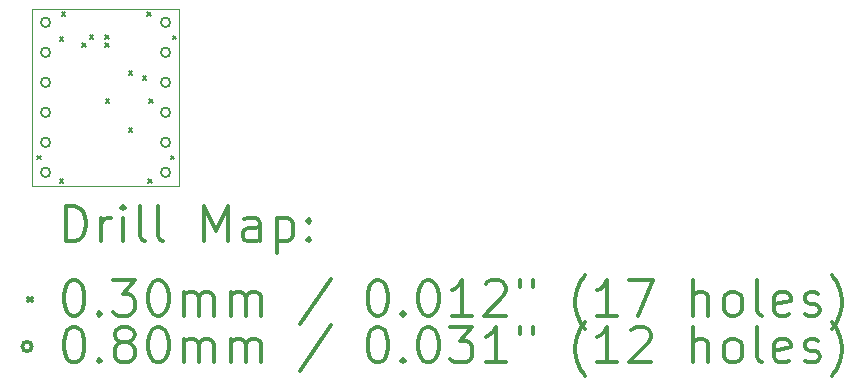
<source format=gbr>
%FSLAX45Y45*%
G04 Gerber Fmt 4.5, Leading zero omitted, Abs format (unit mm)*
G04 Created by KiCad (PCBNEW (5.1.5)-3) date 2020-05-06 05:02:33*
%MOMM*%
%LPD*%
G04 APERTURE LIST*
%TA.AperFunction,Profile*%
%ADD10C,0.050000*%
%TD*%
%ADD11C,0.200000*%
%ADD12C,0.300000*%
G04 APERTURE END LIST*
D10*
X14312900Y-5683250D02*
X14312900Y-4184650D01*
X15557500Y-5683250D02*
X14312900Y-5683250D01*
X15557500Y-4184650D02*
X15557500Y-5683250D01*
X14312900Y-4184650D02*
X15557500Y-4184650D01*
D11*
X14355050Y-5426950D02*
X14385050Y-5456950D01*
X14385050Y-5426950D02*
X14355050Y-5456950D01*
X14545550Y-4423650D02*
X14575550Y-4453650D01*
X14575550Y-4423650D02*
X14545550Y-4453650D01*
X14545550Y-5623800D02*
X14575550Y-5653800D01*
X14575550Y-5623800D02*
X14545550Y-5653800D01*
X14564600Y-4214100D02*
X14594600Y-4244100D01*
X14594600Y-4214100D02*
X14564600Y-4244100D01*
X14736050Y-4474450D02*
X14766050Y-4504450D01*
X14766050Y-4474450D02*
X14736050Y-4504450D01*
X14799550Y-4404600D02*
X14829550Y-4434600D01*
X14829550Y-4404600D02*
X14799550Y-4434600D01*
X14932900Y-4474450D02*
X14962900Y-4504450D01*
X14962900Y-4474450D02*
X14932900Y-4504450D01*
X14933551Y-4404600D02*
X14963551Y-4434600D01*
X14963551Y-4404600D02*
X14933551Y-4434600D01*
X14935100Y-4946550D02*
X14965100Y-4976550D01*
X14965100Y-4946550D02*
X14935100Y-4976550D01*
X15129750Y-4709400D02*
X15159750Y-4739400D01*
X15159750Y-4709400D02*
X15129750Y-4739400D01*
X15129750Y-5192000D02*
X15159750Y-5222000D01*
X15159750Y-5192000D02*
X15129750Y-5222000D01*
X15250400Y-4753850D02*
X15280400Y-4783850D01*
X15280400Y-4753850D02*
X15250400Y-4783850D01*
X15288500Y-4214100D02*
X15318500Y-4244100D01*
X15318500Y-4214100D02*
X15288500Y-4244100D01*
X15294850Y-5623800D02*
X15324850Y-5653800D01*
X15324850Y-5623800D02*
X15294850Y-5653800D01*
X15305350Y-4946550D02*
X15335350Y-4976550D01*
X15335350Y-4946550D02*
X15305350Y-4976550D01*
X15485350Y-5426950D02*
X15515350Y-5456950D01*
X15515350Y-5426950D02*
X15485350Y-5456950D01*
X15504400Y-4410950D02*
X15534400Y-4440950D01*
X15534400Y-4410950D02*
X15504400Y-4440950D01*
X14466850Y-4298600D02*
G75*
G03X14466850Y-4298600I-40000J0D01*
G01*
X14466850Y-4552600D02*
G75*
G03X14466850Y-4552600I-40000J0D01*
G01*
X14466850Y-4806600D02*
G75*
G03X14466850Y-4806600I-40000J0D01*
G01*
X14466850Y-5060600D02*
G75*
G03X14466850Y-5060600I-40000J0D01*
G01*
X14466850Y-5314600D02*
G75*
G03X14466850Y-5314600I-40000J0D01*
G01*
X14466850Y-5568600D02*
G75*
G03X14466850Y-5568600I-40000J0D01*
G01*
X15482850Y-4298600D02*
G75*
G03X15482850Y-4298600I-40000J0D01*
G01*
X15482850Y-4552600D02*
G75*
G03X15482850Y-4552600I-40000J0D01*
G01*
X15482850Y-4806600D02*
G75*
G03X15482850Y-4806600I-40000J0D01*
G01*
X15482850Y-5060600D02*
G75*
G03X15482850Y-5060600I-40000J0D01*
G01*
X15482850Y-5314600D02*
G75*
G03X15482850Y-5314600I-40000J0D01*
G01*
X15482850Y-5568600D02*
G75*
G03X15482850Y-5568600I-40000J0D01*
G01*
D12*
X14596828Y-6151464D02*
X14596828Y-5851464D01*
X14668257Y-5851464D01*
X14711114Y-5865750D01*
X14739686Y-5894321D01*
X14753971Y-5922893D01*
X14768257Y-5980036D01*
X14768257Y-6022893D01*
X14753971Y-6080036D01*
X14739686Y-6108607D01*
X14711114Y-6137179D01*
X14668257Y-6151464D01*
X14596828Y-6151464D01*
X14896828Y-6151464D02*
X14896828Y-5951464D01*
X14896828Y-6008607D02*
X14911114Y-5980036D01*
X14925400Y-5965750D01*
X14953971Y-5951464D01*
X14982543Y-5951464D01*
X15082543Y-6151464D02*
X15082543Y-5951464D01*
X15082543Y-5851464D02*
X15068257Y-5865750D01*
X15082543Y-5880036D01*
X15096828Y-5865750D01*
X15082543Y-5851464D01*
X15082543Y-5880036D01*
X15268257Y-6151464D02*
X15239686Y-6137179D01*
X15225400Y-6108607D01*
X15225400Y-5851464D01*
X15425400Y-6151464D02*
X15396828Y-6137179D01*
X15382543Y-6108607D01*
X15382543Y-5851464D01*
X15768257Y-6151464D02*
X15768257Y-5851464D01*
X15868257Y-6065750D01*
X15968257Y-5851464D01*
X15968257Y-6151464D01*
X16239686Y-6151464D02*
X16239686Y-5994321D01*
X16225400Y-5965750D01*
X16196828Y-5951464D01*
X16139686Y-5951464D01*
X16111114Y-5965750D01*
X16239686Y-6137179D02*
X16211114Y-6151464D01*
X16139686Y-6151464D01*
X16111114Y-6137179D01*
X16096828Y-6108607D01*
X16096828Y-6080036D01*
X16111114Y-6051464D01*
X16139686Y-6037179D01*
X16211114Y-6037179D01*
X16239686Y-6022893D01*
X16382543Y-5951464D02*
X16382543Y-6251464D01*
X16382543Y-5965750D02*
X16411114Y-5951464D01*
X16468257Y-5951464D01*
X16496828Y-5965750D01*
X16511114Y-5980036D01*
X16525400Y-6008607D01*
X16525400Y-6094321D01*
X16511114Y-6122893D01*
X16496828Y-6137179D01*
X16468257Y-6151464D01*
X16411114Y-6151464D01*
X16382543Y-6137179D01*
X16653971Y-6122893D02*
X16668257Y-6137179D01*
X16653971Y-6151464D01*
X16639686Y-6137179D01*
X16653971Y-6122893D01*
X16653971Y-6151464D01*
X16653971Y-5965750D02*
X16668257Y-5980036D01*
X16653971Y-5994321D01*
X16639686Y-5980036D01*
X16653971Y-5965750D01*
X16653971Y-5994321D01*
X14280400Y-6630750D02*
X14310400Y-6660750D01*
X14310400Y-6630750D02*
X14280400Y-6660750D01*
X14653971Y-6481464D02*
X14682543Y-6481464D01*
X14711114Y-6495750D01*
X14725400Y-6510036D01*
X14739686Y-6538607D01*
X14753971Y-6595750D01*
X14753971Y-6667179D01*
X14739686Y-6724321D01*
X14725400Y-6752893D01*
X14711114Y-6767179D01*
X14682543Y-6781464D01*
X14653971Y-6781464D01*
X14625400Y-6767179D01*
X14611114Y-6752893D01*
X14596828Y-6724321D01*
X14582543Y-6667179D01*
X14582543Y-6595750D01*
X14596828Y-6538607D01*
X14611114Y-6510036D01*
X14625400Y-6495750D01*
X14653971Y-6481464D01*
X14882543Y-6752893D02*
X14896828Y-6767179D01*
X14882543Y-6781464D01*
X14868257Y-6767179D01*
X14882543Y-6752893D01*
X14882543Y-6781464D01*
X14996828Y-6481464D02*
X15182543Y-6481464D01*
X15082543Y-6595750D01*
X15125400Y-6595750D01*
X15153971Y-6610036D01*
X15168257Y-6624321D01*
X15182543Y-6652893D01*
X15182543Y-6724321D01*
X15168257Y-6752893D01*
X15153971Y-6767179D01*
X15125400Y-6781464D01*
X15039686Y-6781464D01*
X15011114Y-6767179D01*
X14996828Y-6752893D01*
X15368257Y-6481464D02*
X15396828Y-6481464D01*
X15425400Y-6495750D01*
X15439686Y-6510036D01*
X15453971Y-6538607D01*
X15468257Y-6595750D01*
X15468257Y-6667179D01*
X15453971Y-6724321D01*
X15439686Y-6752893D01*
X15425400Y-6767179D01*
X15396828Y-6781464D01*
X15368257Y-6781464D01*
X15339686Y-6767179D01*
X15325400Y-6752893D01*
X15311114Y-6724321D01*
X15296828Y-6667179D01*
X15296828Y-6595750D01*
X15311114Y-6538607D01*
X15325400Y-6510036D01*
X15339686Y-6495750D01*
X15368257Y-6481464D01*
X15596828Y-6781464D02*
X15596828Y-6581464D01*
X15596828Y-6610036D02*
X15611114Y-6595750D01*
X15639686Y-6581464D01*
X15682543Y-6581464D01*
X15711114Y-6595750D01*
X15725400Y-6624321D01*
X15725400Y-6781464D01*
X15725400Y-6624321D02*
X15739686Y-6595750D01*
X15768257Y-6581464D01*
X15811114Y-6581464D01*
X15839686Y-6595750D01*
X15853971Y-6624321D01*
X15853971Y-6781464D01*
X15996828Y-6781464D02*
X15996828Y-6581464D01*
X15996828Y-6610036D02*
X16011114Y-6595750D01*
X16039686Y-6581464D01*
X16082543Y-6581464D01*
X16111114Y-6595750D01*
X16125400Y-6624321D01*
X16125400Y-6781464D01*
X16125400Y-6624321D02*
X16139686Y-6595750D01*
X16168257Y-6581464D01*
X16211114Y-6581464D01*
X16239686Y-6595750D01*
X16253971Y-6624321D01*
X16253971Y-6781464D01*
X16839686Y-6467179D02*
X16582543Y-6852893D01*
X17225400Y-6481464D02*
X17253971Y-6481464D01*
X17282543Y-6495750D01*
X17296828Y-6510036D01*
X17311114Y-6538607D01*
X17325400Y-6595750D01*
X17325400Y-6667179D01*
X17311114Y-6724321D01*
X17296828Y-6752893D01*
X17282543Y-6767179D01*
X17253971Y-6781464D01*
X17225400Y-6781464D01*
X17196828Y-6767179D01*
X17182543Y-6752893D01*
X17168257Y-6724321D01*
X17153971Y-6667179D01*
X17153971Y-6595750D01*
X17168257Y-6538607D01*
X17182543Y-6510036D01*
X17196828Y-6495750D01*
X17225400Y-6481464D01*
X17453971Y-6752893D02*
X17468257Y-6767179D01*
X17453971Y-6781464D01*
X17439686Y-6767179D01*
X17453971Y-6752893D01*
X17453971Y-6781464D01*
X17653971Y-6481464D02*
X17682543Y-6481464D01*
X17711114Y-6495750D01*
X17725400Y-6510036D01*
X17739686Y-6538607D01*
X17753971Y-6595750D01*
X17753971Y-6667179D01*
X17739686Y-6724321D01*
X17725400Y-6752893D01*
X17711114Y-6767179D01*
X17682543Y-6781464D01*
X17653971Y-6781464D01*
X17625400Y-6767179D01*
X17611114Y-6752893D01*
X17596828Y-6724321D01*
X17582543Y-6667179D01*
X17582543Y-6595750D01*
X17596828Y-6538607D01*
X17611114Y-6510036D01*
X17625400Y-6495750D01*
X17653971Y-6481464D01*
X18039686Y-6781464D02*
X17868257Y-6781464D01*
X17953971Y-6781464D02*
X17953971Y-6481464D01*
X17925400Y-6524321D01*
X17896828Y-6552893D01*
X17868257Y-6567179D01*
X18153971Y-6510036D02*
X18168257Y-6495750D01*
X18196828Y-6481464D01*
X18268257Y-6481464D01*
X18296828Y-6495750D01*
X18311114Y-6510036D01*
X18325400Y-6538607D01*
X18325400Y-6567179D01*
X18311114Y-6610036D01*
X18139686Y-6781464D01*
X18325400Y-6781464D01*
X18439686Y-6481464D02*
X18439686Y-6538607D01*
X18553971Y-6481464D02*
X18553971Y-6538607D01*
X18996828Y-6895750D02*
X18982543Y-6881464D01*
X18953971Y-6838607D01*
X18939686Y-6810036D01*
X18925400Y-6767179D01*
X18911114Y-6695750D01*
X18911114Y-6638607D01*
X18925400Y-6567179D01*
X18939686Y-6524321D01*
X18953971Y-6495750D01*
X18982543Y-6452893D01*
X18996828Y-6438607D01*
X19268257Y-6781464D02*
X19096828Y-6781464D01*
X19182543Y-6781464D02*
X19182543Y-6481464D01*
X19153971Y-6524321D01*
X19125400Y-6552893D01*
X19096828Y-6567179D01*
X19368257Y-6481464D02*
X19568257Y-6481464D01*
X19439686Y-6781464D01*
X19911114Y-6781464D02*
X19911114Y-6481464D01*
X20039686Y-6781464D02*
X20039686Y-6624321D01*
X20025400Y-6595750D01*
X19996828Y-6581464D01*
X19953971Y-6581464D01*
X19925400Y-6595750D01*
X19911114Y-6610036D01*
X20225400Y-6781464D02*
X20196828Y-6767179D01*
X20182543Y-6752893D01*
X20168257Y-6724321D01*
X20168257Y-6638607D01*
X20182543Y-6610036D01*
X20196828Y-6595750D01*
X20225400Y-6581464D01*
X20268257Y-6581464D01*
X20296828Y-6595750D01*
X20311114Y-6610036D01*
X20325400Y-6638607D01*
X20325400Y-6724321D01*
X20311114Y-6752893D01*
X20296828Y-6767179D01*
X20268257Y-6781464D01*
X20225400Y-6781464D01*
X20496828Y-6781464D02*
X20468257Y-6767179D01*
X20453971Y-6738607D01*
X20453971Y-6481464D01*
X20725400Y-6767179D02*
X20696828Y-6781464D01*
X20639686Y-6781464D01*
X20611114Y-6767179D01*
X20596828Y-6738607D01*
X20596828Y-6624321D01*
X20611114Y-6595750D01*
X20639686Y-6581464D01*
X20696828Y-6581464D01*
X20725400Y-6595750D01*
X20739686Y-6624321D01*
X20739686Y-6652893D01*
X20596828Y-6681464D01*
X20853971Y-6767179D02*
X20882543Y-6781464D01*
X20939686Y-6781464D01*
X20968257Y-6767179D01*
X20982543Y-6738607D01*
X20982543Y-6724321D01*
X20968257Y-6695750D01*
X20939686Y-6681464D01*
X20896828Y-6681464D01*
X20868257Y-6667179D01*
X20853971Y-6638607D01*
X20853971Y-6624321D01*
X20868257Y-6595750D01*
X20896828Y-6581464D01*
X20939686Y-6581464D01*
X20968257Y-6595750D01*
X21082543Y-6895750D02*
X21096828Y-6881464D01*
X21125400Y-6838607D01*
X21139686Y-6810036D01*
X21153971Y-6767179D01*
X21168257Y-6695750D01*
X21168257Y-6638607D01*
X21153971Y-6567179D01*
X21139686Y-6524321D01*
X21125400Y-6495750D01*
X21096828Y-6452893D01*
X21082543Y-6438607D01*
X14310400Y-7041750D02*
G75*
G03X14310400Y-7041750I-40000J0D01*
G01*
X14653971Y-6877464D02*
X14682543Y-6877464D01*
X14711114Y-6891750D01*
X14725400Y-6906036D01*
X14739686Y-6934607D01*
X14753971Y-6991750D01*
X14753971Y-7063179D01*
X14739686Y-7120321D01*
X14725400Y-7148893D01*
X14711114Y-7163179D01*
X14682543Y-7177464D01*
X14653971Y-7177464D01*
X14625400Y-7163179D01*
X14611114Y-7148893D01*
X14596828Y-7120321D01*
X14582543Y-7063179D01*
X14582543Y-6991750D01*
X14596828Y-6934607D01*
X14611114Y-6906036D01*
X14625400Y-6891750D01*
X14653971Y-6877464D01*
X14882543Y-7148893D02*
X14896828Y-7163179D01*
X14882543Y-7177464D01*
X14868257Y-7163179D01*
X14882543Y-7148893D01*
X14882543Y-7177464D01*
X15068257Y-7006036D02*
X15039686Y-6991750D01*
X15025400Y-6977464D01*
X15011114Y-6948893D01*
X15011114Y-6934607D01*
X15025400Y-6906036D01*
X15039686Y-6891750D01*
X15068257Y-6877464D01*
X15125400Y-6877464D01*
X15153971Y-6891750D01*
X15168257Y-6906036D01*
X15182543Y-6934607D01*
X15182543Y-6948893D01*
X15168257Y-6977464D01*
X15153971Y-6991750D01*
X15125400Y-7006036D01*
X15068257Y-7006036D01*
X15039686Y-7020321D01*
X15025400Y-7034607D01*
X15011114Y-7063179D01*
X15011114Y-7120321D01*
X15025400Y-7148893D01*
X15039686Y-7163179D01*
X15068257Y-7177464D01*
X15125400Y-7177464D01*
X15153971Y-7163179D01*
X15168257Y-7148893D01*
X15182543Y-7120321D01*
X15182543Y-7063179D01*
X15168257Y-7034607D01*
X15153971Y-7020321D01*
X15125400Y-7006036D01*
X15368257Y-6877464D02*
X15396828Y-6877464D01*
X15425400Y-6891750D01*
X15439686Y-6906036D01*
X15453971Y-6934607D01*
X15468257Y-6991750D01*
X15468257Y-7063179D01*
X15453971Y-7120321D01*
X15439686Y-7148893D01*
X15425400Y-7163179D01*
X15396828Y-7177464D01*
X15368257Y-7177464D01*
X15339686Y-7163179D01*
X15325400Y-7148893D01*
X15311114Y-7120321D01*
X15296828Y-7063179D01*
X15296828Y-6991750D01*
X15311114Y-6934607D01*
X15325400Y-6906036D01*
X15339686Y-6891750D01*
X15368257Y-6877464D01*
X15596828Y-7177464D02*
X15596828Y-6977464D01*
X15596828Y-7006036D02*
X15611114Y-6991750D01*
X15639686Y-6977464D01*
X15682543Y-6977464D01*
X15711114Y-6991750D01*
X15725400Y-7020321D01*
X15725400Y-7177464D01*
X15725400Y-7020321D02*
X15739686Y-6991750D01*
X15768257Y-6977464D01*
X15811114Y-6977464D01*
X15839686Y-6991750D01*
X15853971Y-7020321D01*
X15853971Y-7177464D01*
X15996828Y-7177464D02*
X15996828Y-6977464D01*
X15996828Y-7006036D02*
X16011114Y-6991750D01*
X16039686Y-6977464D01*
X16082543Y-6977464D01*
X16111114Y-6991750D01*
X16125400Y-7020321D01*
X16125400Y-7177464D01*
X16125400Y-7020321D02*
X16139686Y-6991750D01*
X16168257Y-6977464D01*
X16211114Y-6977464D01*
X16239686Y-6991750D01*
X16253971Y-7020321D01*
X16253971Y-7177464D01*
X16839686Y-6863179D02*
X16582543Y-7248893D01*
X17225400Y-6877464D02*
X17253971Y-6877464D01*
X17282543Y-6891750D01*
X17296828Y-6906036D01*
X17311114Y-6934607D01*
X17325400Y-6991750D01*
X17325400Y-7063179D01*
X17311114Y-7120321D01*
X17296828Y-7148893D01*
X17282543Y-7163179D01*
X17253971Y-7177464D01*
X17225400Y-7177464D01*
X17196828Y-7163179D01*
X17182543Y-7148893D01*
X17168257Y-7120321D01*
X17153971Y-7063179D01*
X17153971Y-6991750D01*
X17168257Y-6934607D01*
X17182543Y-6906036D01*
X17196828Y-6891750D01*
X17225400Y-6877464D01*
X17453971Y-7148893D02*
X17468257Y-7163179D01*
X17453971Y-7177464D01*
X17439686Y-7163179D01*
X17453971Y-7148893D01*
X17453971Y-7177464D01*
X17653971Y-6877464D02*
X17682543Y-6877464D01*
X17711114Y-6891750D01*
X17725400Y-6906036D01*
X17739686Y-6934607D01*
X17753971Y-6991750D01*
X17753971Y-7063179D01*
X17739686Y-7120321D01*
X17725400Y-7148893D01*
X17711114Y-7163179D01*
X17682543Y-7177464D01*
X17653971Y-7177464D01*
X17625400Y-7163179D01*
X17611114Y-7148893D01*
X17596828Y-7120321D01*
X17582543Y-7063179D01*
X17582543Y-6991750D01*
X17596828Y-6934607D01*
X17611114Y-6906036D01*
X17625400Y-6891750D01*
X17653971Y-6877464D01*
X17853971Y-6877464D02*
X18039686Y-6877464D01*
X17939686Y-6991750D01*
X17982543Y-6991750D01*
X18011114Y-7006036D01*
X18025400Y-7020321D01*
X18039686Y-7048893D01*
X18039686Y-7120321D01*
X18025400Y-7148893D01*
X18011114Y-7163179D01*
X17982543Y-7177464D01*
X17896828Y-7177464D01*
X17868257Y-7163179D01*
X17853971Y-7148893D01*
X18325400Y-7177464D02*
X18153971Y-7177464D01*
X18239686Y-7177464D02*
X18239686Y-6877464D01*
X18211114Y-6920321D01*
X18182543Y-6948893D01*
X18153971Y-6963179D01*
X18439686Y-6877464D02*
X18439686Y-6934607D01*
X18553971Y-6877464D02*
X18553971Y-6934607D01*
X18996828Y-7291750D02*
X18982543Y-7277464D01*
X18953971Y-7234607D01*
X18939686Y-7206036D01*
X18925400Y-7163179D01*
X18911114Y-7091750D01*
X18911114Y-7034607D01*
X18925400Y-6963179D01*
X18939686Y-6920321D01*
X18953971Y-6891750D01*
X18982543Y-6848893D01*
X18996828Y-6834607D01*
X19268257Y-7177464D02*
X19096828Y-7177464D01*
X19182543Y-7177464D02*
X19182543Y-6877464D01*
X19153971Y-6920321D01*
X19125400Y-6948893D01*
X19096828Y-6963179D01*
X19382543Y-6906036D02*
X19396828Y-6891750D01*
X19425400Y-6877464D01*
X19496828Y-6877464D01*
X19525400Y-6891750D01*
X19539686Y-6906036D01*
X19553971Y-6934607D01*
X19553971Y-6963179D01*
X19539686Y-7006036D01*
X19368257Y-7177464D01*
X19553971Y-7177464D01*
X19911114Y-7177464D02*
X19911114Y-6877464D01*
X20039686Y-7177464D02*
X20039686Y-7020321D01*
X20025400Y-6991750D01*
X19996828Y-6977464D01*
X19953971Y-6977464D01*
X19925400Y-6991750D01*
X19911114Y-7006036D01*
X20225400Y-7177464D02*
X20196828Y-7163179D01*
X20182543Y-7148893D01*
X20168257Y-7120321D01*
X20168257Y-7034607D01*
X20182543Y-7006036D01*
X20196828Y-6991750D01*
X20225400Y-6977464D01*
X20268257Y-6977464D01*
X20296828Y-6991750D01*
X20311114Y-7006036D01*
X20325400Y-7034607D01*
X20325400Y-7120321D01*
X20311114Y-7148893D01*
X20296828Y-7163179D01*
X20268257Y-7177464D01*
X20225400Y-7177464D01*
X20496828Y-7177464D02*
X20468257Y-7163179D01*
X20453971Y-7134607D01*
X20453971Y-6877464D01*
X20725400Y-7163179D02*
X20696828Y-7177464D01*
X20639686Y-7177464D01*
X20611114Y-7163179D01*
X20596828Y-7134607D01*
X20596828Y-7020321D01*
X20611114Y-6991750D01*
X20639686Y-6977464D01*
X20696828Y-6977464D01*
X20725400Y-6991750D01*
X20739686Y-7020321D01*
X20739686Y-7048893D01*
X20596828Y-7077464D01*
X20853971Y-7163179D02*
X20882543Y-7177464D01*
X20939686Y-7177464D01*
X20968257Y-7163179D01*
X20982543Y-7134607D01*
X20982543Y-7120321D01*
X20968257Y-7091750D01*
X20939686Y-7077464D01*
X20896828Y-7077464D01*
X20868257Y-7063179D01*
X20853971Y-7034607D01*
X20853971Y-7020321D01*
X20868257Y-6991750D01*
X20896828Y-6977464D01*
X20939686Y-6977464D01*
X20968257Y-6991750D01*
X21082543Y-7291750D02*
X21096828Y-7277464D01*
X21125400Y-7234607D01*
X21139686Y-7206036D01*
X21153971Y-7163179D01*
X21168257Y-7091750D01*
X21168257Y-7034607D01*
X21153971Y-6963179D01*
X21139686Y-6920321D01*
X21125400Y-6891750D01*
X21096828Y-6848893D01*
X21082543Y-6834607D01*
M02*

</source>
